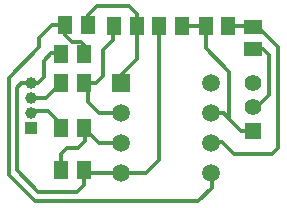
<source format=gbr>
G04 DipTrace 3.1.0.0*
G04 Top.gbr*
%MOMM*%
G04 #@! TF.FileFunction,Copper,L1,Top*
G04 #@! TF.Part,Single*
G04 #@! TA.AperFunction,Conductor*
%ADD13C,0.33*%
%ADD14R,1.3X1.5*%
G04 #@! TA.AperFunction,ComponentPad*
%ADD15R,1.4X1.4*%
%ADD16C,1.4*%
%ADD17R,1.5X1.3*%
G04 #@! TA.AperFunction,ComponentPad*
%ADD18R,1.0X1.0*%
%ADD19C,1.0*%
%ADD20R,1.5X1.5*%
%ADD21C,1.5*%
%FSLAX35Y35*%
G04*
G71*
G90*
G75*
G01*
G04 Top*
%LPD*%
X2079500Y1317500D2*
D13*
X1787247D1*
X1761743Y1343003D1*
X1317500Y2079500D2*
X1375687D1*
X1430233Y2134047D1*
Y2270060D1*
X1489740Y2329567D1*
X1563813D1*
X1572393Y2320987D1*
X2403553Y2560947D2*
Y1428433D1*
X2288827Y1313707D1*
X2083293D1*
X2079500Y1317500D1*
X3194563Y1875943D2*
X3233607D1*
X3334443Y1976780D1*
Y2316817D1*
X3283437Y2367823D1*
X3197633D1*
X3193667Y2363857D1*
X1761743Y1343003D2*
Y1215920D1*
X1706513Y1160690D1*
X1379227D1*
X1196457Y1343460D1*
Y2040537D1*
X1234710Y2078790D1*
X1316790D1*
X1317500Y2079500D1*
X1571500Y1698500D2*
Y1733500D1*
X1459987Y1845013D1*
X1337013D1*
X1317500Y1825500D1*
Y1952500D2*
X1444500D1*
X1571500Y2079500D1*
X2079500Y1825500D2*
X1891797D1*
X1795773Y1921523D1*
Y2045227D1*
X1761500Y2079500D1*
X1868740D1*
X1927537Y2138297D1*
Y2359320D1*
X2008297Y2440080D1*
Y2552500D1*
X2021560Y2565767D1*
X2079500Y1571500D2*
X1888500D1*
X1761500Y1698500D1*
X1571743Y1343003D2*
Y1476470D1*
X1621503Y1526230D1*
X1710763D1*
X1774520Y1589987D1*
Y1685480D1*
X1761500Y1698500D1*
X2079500Y2079500D2*
Y2149993D1*
X2212320Y2282813D1*
Y2565007D1*
X2211560Y2565767D1*
X1795013Y2569447D2*
Y2651847D1*
X1872283Y2729113D1*
X2148563D1*
X2216570Y2661103D1*
Y2570773D1*
X2211560Y2565767D1*
X1605013Y2569447D2*
Y2486327D1*
X1664010Y2427330D1*
X1736267D1*
X1761770Y2401827D1*
Y2321610D1*
X1762393Y2320987D1*
X1605013Y2569447D2*
X1495843D1*
X1387727Y2461333D1*
Y2384823D1*
X1128450Y2125547D1*
Y1300953D1*
X1349473Y1079930D1*
X2730877D1*
X2845640Y1194693D1*
Y1313360D1*
X2841500Y1317500D1*
X2984597Y2561517D2*
X3186007D1*
X3193667Y2553857D1*
X3241920D1*
X3410953Y2384823D1*
Y1530480D1*
X3355697Y1475223D1*
X3036910D1*
X2934900Y1577233D1*
X2847233D1*
X2841500Y1571500D1*
X2593553Y2560947D2*
X2794027D1*
X2794597Y2561517D1*
X3194563Y1675943D2*
X3095470D1*
X2994407Y1777007D1*
X2947650Y1823763D1*
X2843237D1*
X2841500Y1825500D1*
X2994407Y1777007D2*
Y2176550D1*
X2794633Y2376323D1*
Y2561480D1*
D14*
X1762393Y2320987D3*
X1572393D3*
D15*
X3194563Y1675943D3*
D16*
Y1875943D3*
Y2075943D3*
D14*
X1571500Y2079500D3*
X1761500D3*
X1571500Y1698500D3*
X1761500D3*
X1761743Y1343003D3*
X1571743D3*
X2021560Y2565767D3*
X2211560D3*
X1795013Y2569447D3*
X1605013D3*
D17*
X3193667Y2363857D3*
Y2553857D3*
D14*
X2984597Y2561517D3*
X2794597D3*
X2403553Y2560947D3*
X2593553D3*
D18*
X1317500Y1698500D3*
D19*
Y1825500D3*
Y1952500D3*
Y2079500D3*
D20*
X2079500D3*
D21*
Y1825500D3*
Y1571500D3*
Y1317500D3*
X2841500D3*
Y1571500D3*
Y1825500D3*
Y2079500D3*
M02*

</source>
